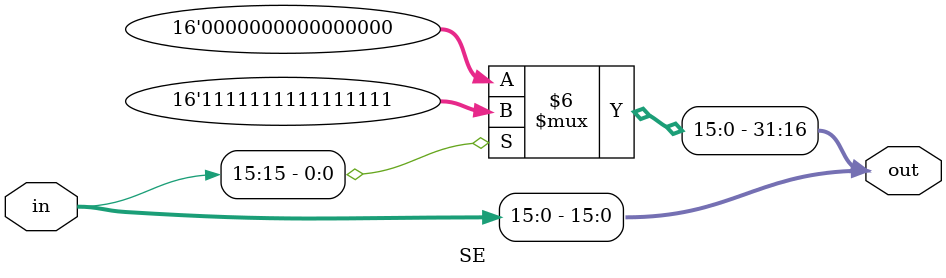
<source format=v>
module SE(out,in);//this module is to realize the function of sign extension.
  output reg[31:0] out;
  input wire[15:0] in;
  
  always@(in)
  begin
    if(in[15]==1'b1)
      begin
        out[31:16]=16'b1111111111111111;
        out[15:0]=in[15:0];
      end
    else
      begin
        out[31:16]=16'b0;
        out[15:0]=in[15:0];
      end
    end
endmodule


</source>
